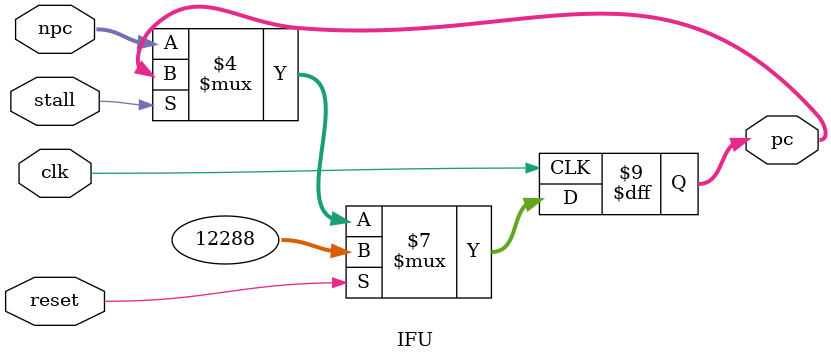
<source format=v>
`timescale 1ns / 1ps
module IFU(
    input clk,
    input reset,
    input stall,
    input [31:0] npc,
    output reg [31:0] pc
    //output [31:0] instr
    );
    //reg [31:0] im[0:4095];
    //integer i;
    /* initial begin
        for(i=0;i<4096;i=i+1) begin
            im[i] = 32'b0;
        end
        pc = 32'h0000_3000;
        $readmemh("code.txt",im);
    end*/
	 initial begin
		pc = 32'h3000;
	 end
    always @(posedge clk)begin
        if(reset) begin
            pc <= 32'h0000_3000;
        end
        else if(stall) begin
            pc<=pc;
        end
        else begin
            pc <= npc;
        end
    end
    //wire [31:0] rank = pc - 32'h0000_3000;

    //assign instr = im[rank[13:2]];
    
endmodule

</source>
